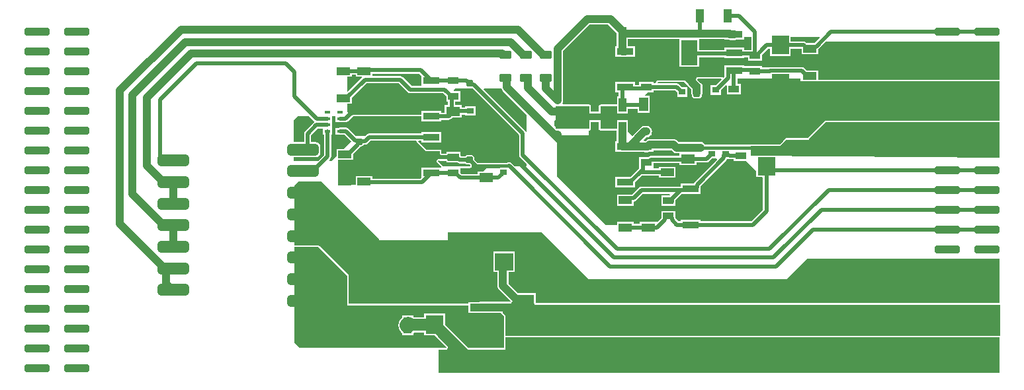
<source format=gtl>
G04*
G04 #@! TF.GenerationSoftware,Altium Limited,Altium Designer,21.8.1 (53)*
G04*
G04 Layer_Physical_Order=1*
G04 Layer_Color=255*
%FSLAX25Y25*%
%MOIN*%
G70*
G04*
G04 #@! TF.SameCoordinates,924E8805-32EE-4984-9886-3D9EEA8973F8*
G04*
G04*
G04 #@! TF.FilePolarity,Positive*
G04*
G01*
G75*
%ADD21R,0.08858X0.09252*%
%ADD22R,0.05512X0.03740*%
%ADD23R,0.06890X0.03937*%
G04:AMPARAMS|DCode=24|XSize=59.06mil|YSize=157.48mil|CornerRadius=14.76mil|HoleSize=0mil|Usage=FLASHONLY|Rotation=270.000|XOffset=0mil|YOffset=0mil|HoleType=Round|Shape=RoundedRectangle|*
%AMROUNDEDRECTD24*
21,1,0.05906,0.12795,0,0,270.0*
21,1,0.02953,0.15748,0,0,270.0*
1,1,0.02953,-0.06398,-0.01476*
1,1,0.02953,-0.06398,0.01476*
1,1,0.02953,0.06398,0.01476*
1,1,0.02953,0.06398,-0.01476*
%
%ADD24ROUNDEDRECTD24*%
G04:AMPARAMS|DCode=25|XSize=40.16mil|YSize=125.98mil|CornerRadius=10.04mil|HoleSize=0mil|Usage=FLASHONLY|Rotation=270.000|XOffset=0mil|YOffset=0mil|HoleType=Round|Shape=RoundedRectangle|*
%AMROUNDEDRECTD25*
21,1,0.04016,0.10591,0,0,270.0*
21,1,0.02008,0.12598,0,0,270.0*
1,1,0.02008,-0.05295,-0.01004*
1,1,0.02008,-0.05295,0.01004*
1,1,0.02008,0.05295,0.01004*
1,1,0.02008,0.05295,-0.01004*
%
%ADD25ROUNDEDRECTD25*%
%ADD26R,0.03150X0.01575*%
G04:AMPARAMS|DCode=27|XSize=39.37mil|YSize=62.99mil|CornerRadius=9.84mil|HoleSize=0mil|Usage=FLASHONLY|Rotation=270.000|XOffset=0mil|YOffset=0mil|HoleType=Round|Shape=RoundedRectangle|*
%AMROUNDEDRECTD27*
21,1,0.03937,0.04331,0,0,270.0*
21,1,0.01968,0.06299,0,0,270.0*
1,1,0.01968,-0.02165,-0.00984*
1,1,0.01968,-0.02165,0.00984*
1,1,0.01968,0.02165,0.00984*
1,1,0.01968,0.02165,-0.00984*
%
%ADD27ROUNDEDRECTD27*%
G04:AMPARAMS|DCode=28|XSize=35.43mil|YSize=31.5mil|CornerRadius=7.87mil|HoleSize=0mil|Usage=FLASHONLY|Rotation=0.000|XOffset=0mil|YOffset=0mil|HoleType=Round|Shape=RoundedRectangle|*
%AMROUNDEDRECTD28*
21,1,0.03543,0.01575,0,0,0.0*
21,1,0.01968,0.03150,0,0,0.0*
1,1,0.01575,0.00984,-0.00787*
1,1,0.01575,-0.00984,-0.00787*
1,1,0.01575,-0.00984,0.00787*
1,1,0.01575,0.00984,0.00787*
%
%ADD28ROUNDEDRECTD28*%
%ADD29R,0.09252X0.08858*%
%ADD30R,0.03937X0.06890*%
%ADD31R,0.09449X0.03937*%
%ADD32R,0.09449X0.12992*%
%ADD33R,0.21260X0.24410*%
%ADD34R,0.03937X0.08268*%
%ADD35R,0.03543X0.03150*%
%ADD36R,0.07087X0.04528*%
%ADD37R,0.08465X0.03740*%
%ADD38R,0.08465X0.12795*%
%ADD39R,0.04528X0.07087*%
%ADD59C,0.03937*%
%ADD60C,0.01968*%
%ADD61C,0.01575*%
%ADD62C,0.05906*%
%ADD63C,0.07874*%
G36*
X-150972Y-42524D02*
X-154415D01*
Y-41110D01*
X-164454D01*
Y-42524D01*
X-177249D01*
Y-37047D01*
X-164454D01*
Y-37370D01*
X-162385D01*
X-162319Y-37398D01*
X-161600Y-37492D01*
X-159434D01*
X-158715Y-37398D01*
X-158649Y-37370D01*
X-154415D01*
Y-35874D01*
X-150972D01*
Y-42524D01*
D02*
G37*
G36*
X-116497Y-36336D02*
X-119110Y-38949D01*
X-120465D01*
X-120639Y-38984D01*
X-123126D01*
X-123396Y-38715D01*
X-123982Y-38323D01*
X-124673Y-38186D01*
X-131098D01*
Y-35874D01*
X-116688D01*
X-116497Y-36336D01*
D02*
G37*
G36*
X-218742Y-33943D02*
Y-40555D01*
X-219454D01*
Y-45870D01*
X-216649D01*
X-216583Y-45897D01*
X-215863Y-45992D01*
X-214434D01*
X-213715Y-45897D01*
X-213649Y-45870D01*
X-209415D01*
Y-40555D01*
X-213182D01*
Y-37047D01*
X-187289D01*
Y-50953D01*
X-177249D01*
Y-46137D01*
X-164454D01*
Y-46425D01*
X-154415D01*
Y-46137D01*
X-152709D01*
Y-47854D01*
X-145622D01*
Y-45094D01*
X-143812Y-43283D01*
X-143812Y-43283D01*
X-142327Y-41798D01*
X-141532D01*
Y-45406D01*
X-131098D01*
Y-41798D01*
X-125681D01*
Y-44496D01*
X-117217D01*
Y-42121D01*
X-117085Y-42033D01*
X-113194Y-38142D01*
X-25953D01*
Y-57496D01*
X-113134D01*
Y-57496D01*
X-117217D01*
Y-57496D01*
Y-52764D01*
X-123126D01*
X-124282Y-51609D01*
X-124868Y-51217D01*
X-125559Y-51079D01*
X-141478D01*
X-142169Y-51217D01*
X-142240Y-51265D01*
X-145622D01*
Y-50413D01*
X-152709D01*
Y-50707D01*
X-154415D01*
Y-50165D01*
X-164454D01*
Y-53534D01*
X-164489Y-53709D01*
Y-55981D01*
X-164935Y-56427D01*
X-165538Y-56377D01*
X-165798Y-56203D01*
X-166105Y-56142D01*
X-177935D01*
X-178243Y-56203D01*
X-178503Y-56377D01*
X-178677Y-56638D01*
X-178677Y-56638D01*
X-178868Y-57100D01*
X-178868Y-57100D01*
X-178929Y-57407D01*
X-178868Y-57714D01*
X-178694Y-57974D01*
X-177033Y-59636D01*
X-176688Y-60086D01*
X-176491Y-60561D01*
X-176474Y-60691D01*
X-176911Y-61191D01*
X-181069D01*
X-184269Y-57991D01*
X-184529Y-57818D01*
X-184836Y-57756D01*
X-197864D01*
X-197864Y-57756D01*
X-198171Y-57818D01*
X-198431Y-57991D01*
X-198431Y-57991D01*
X-198809Y-58369D01*
X-198809Y-58369D01*
X-198983Y-58629D01*
X-199044Y-58936D01*
X-199435Y-59398D01*
X-200308D01*
Y-58547D01*
X-207395D01*
Y-60172D01*
X-209415D01*
Y-58665D01*
X-219454D01*
Y-63980D01*
X-217768D01*
Y-66035D01*
X-218718D01*
Y-70020D01*
X-226986D01*
X-227293Y-70081D01*
X-227553Y-70255D01*
X-227727Y-70516D01*
X-227753Y-70646D01*
X-231730D01*
X-231756Y-70516D01*
X-231930Y-70255D01*
X-232190Y-70081D01*
X-232497Y-70020D01*
X-245689D01*
X-246192Y-69517D01*
X-246160Y-69469D01*
X-246099Y-69165D01*
X-245942Y-68786D01*
X-245848Y-68067D01*
Y-42974D01*
X-232476Y-29603D01*
X-223082D01*
X-218742Y-33943D01*
D02*
G37*
G36*
X-317161Y-55476D02*
Y-60598D01*
X-317627Y-60682D01*
X-322023D01*
X-326534Y-56172D01*
X-327120Y-55780D01*
X-327811Y-55642D01*
X-341827D01*
Y-54413D01*
X-318225D01*
X-317161Y-55476D01*
D02*
G37*
G36*
X-350291Y-55862D02*
X-347325D01*
X-347118Y-56362D01*
X-354207Y-63452D01*
X-354669Y-63261D01*
Y-55835D01*
X-352303D01*
Y-54899D01*
X-350291D01*
Y-55862D01*
D02*
G37*
G36*
X-126059Y-58299D02*
X-25953D01*
Y-78205D01*
X-113787D01*
X-122579Y-86996D01*
X-133559D01*
Y-86996D01*
X-134975Y-88412D01*
X-136705Y-90142D01*
X-174386D01*
X-174662Y-89783D01*
X-175238Y-89341D01*
X-175908Y-89063D01*
X-176627Y-88968D01*
X-187551D01*
X-188107Y-88412D01*
X-188682Y-87971D01*
X-189119Y-87790D01*
Y-87622D01*
X-189892D01*
X-190072Y-87598D01*
X-202210D01*
X-202929Y-87693D01*
X-203600Y-87971D01*
X-204175Y-88412D01*
X-204250Y-88487D01*
X-204659Y-88433D01*
X-204905D01*
X-205096Y-87971D01*
X-203622Y-86496D01*
X-203021Y-86417D01*
X-202350Y-86140D01*
X-202183Y-86011D01*
X-202141Y-86003D01*
X-201621Y-85655D01*
X-201273Y-85134D01*
X-201212Y-84830D01*
X-201055Y-84452D01*
X-200960Y-83732D01*
X-201055Y-83013D01*
X-201212Y-82634D01*
X-201273Y-82330D01*
X-201621Y-81810D01*
X-202141Y-81462D01*
X-202183Y-81453D01*
X-202350Y-81325D01*
X-203021Y-81047D01*
X-203740Y-80953D01*
X-204789D01*
X-205508Y-81047D01*
X-206179Y-81325D01*
X-206754Y-81767D01*
X-210969Y-85981D01*
X-213182Y-83768D01*
Y-82268D01*
X-213206Y-82087D01*
Y-78035D01*
X-218718D01*
Y-82087D01*
X-218742Y-82268D01*
Y-82323D01*
X-226986D01*
Y-78035D01*
X-232497D01*
Y-82323D01*
X-248447D01*
X-248627Y-82299D01*
X-249140D01*
X-249627Y-81812D01*
Y-70823D01*
X-248808D01*
X-248627Y-70847D01*
X-248447Y-70823D01*
X-232497D01*
Y-74500D01*
X-226986D01*
Y-70823D01*
X-218718D01*
Y-74500D01*
X-213206D01*
Y-72074D01*
X-208319D01*
Y-74378D01*
X-202217D01*
Y-65716D01*
X-204368D01*
X-204559Y-65255D01*
X-203167Y-63862D01*
X-200308D01*
Y-63011D01*
X-189197D01*
X-188299Y-63909D01*
Y-66079D01*
X-183181D01*
Y-61354D01*
X-185745D01*
X-187171Y-59927D01*
X-187758Y-59536D01*
X-188449Y-59398D01*
X-198050D01*
X-198241Y-58936D01*
X-197864Y-58559D01*
X-184836D01*
X-181173Y-62222D01*
Y-64089D01*
X-181079Y-64808D01*
X-180984Y-65038D01*
Y-65307D01*
X-180861Y-65922D01*
X-180513Y-66443D01*
X-179992Y-66790D01*
X-179378Y-66913D01*
X-177409D01*
X-176795Y-66790D01*
X-176274Y-66443D01*
X-175926Y-65922D01*
X-175804Y-65307D01*
Y-65038D01*
X-175709Y-64808D01*
X-175614Y-64089D01*
Y-61071D01*
X-175709Y-60351D01*
X-175986Y-59681D01*
X-176428Y-59105D01*
X-178127Y-57407D01*
X-177935Y-56945D01*
X-166105D01*
X-165914Y-57407D01*
X-168854Y-60347D01*
X-171417D01*
Y-65071D01*
X-166299D01*
Y-62901D01*
X-163753Y-60355D01*
X-163291Y-60546D01*
Y-64831D01*
X-156205D01*
Y-59516D01*
X-157942D01*
Y-56945D01*
X-126059D01*
Y-58299D01*
D02*
G37*
G36*
X-324049Y-63766D02*
X-323463Y-64157D01*
X-322772Y-64295D01*
X-306170D01*
X-304646Y-65818D01*
Y-68579D01*
X-303795D01*
Y-70358D01*
X-305433D01*
Y-74245D01*
X-307122D01*
Y-73394D01*
X-317161D01*
Y-75193D01*
X-351670Y-75193D01*
X-351977Y-75254D01*
X-352238Y-75428D01*
X-352238Y-75428D01*
X-352494Y-75685D01*
X-352654D01*
X-354669Y-73669D01*
Y-69614D01*
X-352303D01*
Y-66657D01*
X-344901Y-59255D01*
X-328559D01*
X-324049Y-63766D01*
D02*
G37*
G36*
X-267885Y-85410D02*
Y-95476D01*
X-267748Y-96168D01*
X-267356Y-96754D01*
X-264059Y-100051D01*
Y-101291D01*
X-270209D01*
X-271719Y-99782D01*
X-272305Y-99390D01*
X-272996Y-99253D01*
X-273302D01*
X-273993Y-99390D01*
X-274088Y-99453D01*
X-278152D01*
X-278152Y-99453D01*
X-278494Y-99521D01*
X-278677Y-99485D01*
X-288803D01*
X-290450Y-97838D01*
Y-97213D01*
X-290572Y-96598D01*
X-290920Y-96077D01*
X-291441Y-95729D01*
X-292055Y-95607D01*
X-294024D01*
X-294638Y-95729D01*
X-295159Y-96077D01*
X-295237Y-96194D01*
X-297022D01*
X-297559Y-95835D01*
Y-93941D01*
X-304646D01*
Y-94792D01*
X-307122D01*
Y-92839D01*
X-314595D01*
X-318724Y-88709D01*
X-318532Y-88247D01*
X-317161D01*
Y-89098D01*
X-307122D01*
Y-83784D01*
X-317161D01*
Y-84635D01*
X-343504D01*
X-344195Y-84772D01*
X-344781Y-85164D01*
X-345614Y-85996D01*
X-350059D01*
X-350089Y-86026D01*
X-353896Y-82219D01*
X-354482Y-81827D01*
X-355173Y-81690D01*
X-358197D01*
X-358888Y-81827D01*
X-359029Y-81921D01*
X-360559D01*
Y-85071D01*
X-359029D01*
X-358888Y-85165D01*
X-358197Y-85302D01*
X-355922D01*
X-352643Y-88580D01*
X-356465Y-92402D01*
X-360012D01*
Y-95949D01*
X-362559Y-98496D01*
X-363477D01*
X-363668Y-98034D01*
X-363219Y-97584D01*
X-362827Y-96998D01*
X-362690Y-96307D01*
Y-85071D01*
X-362134D01*
Y-82421D01*
X-362134Y-81921D01*
X-362134D01*
Y-81921D01*
X-362134D01*
Y-78772D01*
Y-75996D01*
X-360559D01*
Y-78772D01*
X-359029D01*
X-358888Y-78866D01*
X-358197Y-79003D01*
X-355425D01*
X-354734Y-78866D01*
X-354148Y-78474D01*
X-351670Y-75996D01*
X-317161Y-75996D01*
Y-78709D01*
X-307122D01*
Y-77858D01*
X-303482D01*
X-302791Y-77720D01*
X-302205Y-77328D01*
X-301597Y-76720D01*
X-301423Y-76461D01*
X-296772D01*
Y-75070D01*
X-295094D01*
Y-75480D01*
X-289976D01*
Y-70756D01*
X-295094D01*
Y-71457D01*
X-296772D01*
Y-70358D01*
X-300182D01*
Y-68579D01*
X-297559D01*
Y-63264D01*
X-300721D01*
X-300912Y-62802D01*
X-300095Y-61984D01*
X-291311D01*
X-267885Y-85410D01*
D02*
G37*
G36*
X-276658Y-62510D02*
X-276216Y-63085D01*
X-264059Y-75242D01*
Y-83595D01*
X-264559Y-83747D01*
X-264802Y-83384D01*
X-285739Y-62446D01*
X-285548Y-61984D01*
X-276875D01*
X-276658Y-62510D01*
D02*
G37*
G36*
X-227788Y-82323D02*
X-227727Y-82630D01*
X-227553Y-82890D01*
X-227293Y-83065D01*
X-226986Y-83126D01*
X-218742D01*
Y-88555D01*
X-219454D01*
Y-93870D01*
X-216649D01*
X-216583Y-93897D01*
X-215863Y-93992D01*
X-205317D01*
X-205260Y-94016D01*
X-204541Y-94110D01*
X-203163D01*
X-202443Y-94016D01*
X-202377Y-93988D01*
X-200308D01*
Y-93158D01*
X-191224D01*
X-190668Y-93713D01*
X-190092Y-94155D01*
X-189422Y-94433D01*
X-188702Y-94528D01*
X-187182D01*
Y-96017D01*
X-201584D01*
X-202275Y-96154D01*
X-202861Y-96545D01*
X-202863Y-96547D01*
X-207395D01*
Y-99916D01*
X-207430Y-100091D01*
Y-102126D01*
X-211969Y-106665D01*
X-219454D01*
Y-111980D01*
X-209415D01*
Y-109220D01*
X-206159Y-105964D01*
X-197584D01*
Y-106913D01*
X-189119D01*
Y-101402D01*
X-197584D01*
Y-102351D01*
X-200282D01*
X-200308Y-101862D01*
X-200308D01*
Y-99629D01*
X-187182D01*
Y-100528D01*
X-178521D01*
Y-99283D01*
X-173499D01*
X-172807Y-99145D01*
X-172221Y-98754D01*
X-170826Y-97358D01*
X-168400D01*
X-168143Y-97809D01*
X-179525Y-109191D01*
X-179917Y-109777D01*
X-179959Y-109988D01*
X-186516D01*
Y-111580D01*
X-206362D01*
X-207053Y-111717D01*
X-207640Y-112109D01*
X-211079Y-115548D01*
X-213441D01*
X-213615Y-115583D01*
X-218657D01*
Y-121095D01*
X-210193D01*
Y-119133D01*
X-209639Y-119023D01*
X-209053Y-118632D01*
X-205614Y-115192D01*
X-192127D01*
X-191877Y-115692D01*
X-192004Y-115862D01*
X-196299D01*
Y-121177D01*
X-189213D01*
Y-119348D01*
X-189178Y-119173D01*
Y-118382D01*
X-186099Y-115303D01*
X-176476D01*
Y-111934D01*
X-176442Y-111760D01*
Y-111217D01*
X-163542Y-98317D01*
X-163150Y-97731D01*
X-163113Y-97545D01*
X-162634Y-97420D01*
X-162605Y-97420D01*
X-161929Y-97554D01*
X-159764D01*
Y-98405D01*
X-153807D01*
X-149862Y-102351D01*
X-148587Y-103626D01*
Y-106705D01*
X-145508D01*
X-145176Y-107036D01*
Y-123220D01*
X-150906Y-128949D01*
X-176476D01*
Y-128098D01*
X-186516D01*
Y-128949D01*
X-187645D01*
X-189178Y-127417D01*
Y-127279D01*
X-189213Y-127105D01*
Y-123736D01*
X-196299D01*
Y-127105D01*
X-196334Y-127279D01*
Y-127417D01*
X-198139Y-129222D01*
X-198602Y-129362D01*
Y-129362D01*
X-198602Y-129362D01*
X-207067D01*
Y-130312D01*
X-210193D01*
Y-129362D01*
X-218657D01*
Y-130772D01*
X-224244D01*
X-248843Y-106173D01*
Y-85571D01*
X-248342Y-85364D01*
X-248194Y-85512D01*
X-232968D01*
Y-83126D01*
X-232497D01*
X-232190Y-83065D01*
X-231930Y-82890D01*
X-231756Y-82630D01*
X-231695Y-82323D01*
Y-78838D01*
X-227788D01*
Y-82323D01*
D02*
G37*
G36*
X-373795Y-75996D02*
X-371371Y-78420D01*
X-371309Y-78765D01*
Y-78980D01*
X-371443Y-79069D01*
X-375852Y-83479D01*
X-376244Y-84065D01*
X-376381Y-84756D01*
Y-89042D01*
X-381559D01*
Y-77996D01*
X-379559Y-75996D01*
X-373795D01*
D02*
G37*
G36*
X-25953Y-96641D02*
X-26308Y-96992D01*
X-151118Y-95748D01*
Y-90945D01*
X-136705D01*
X-136705Y-90945D01*
X-136398Y-90884D01*
X-136138Y-90710D01*
X-134408Y-88980D01*
X-134408Y-88980D01*
X-133227Y-87799D01*
X-122579D01*
X-122272Y-87738D01*
X-122011Y-87564D01*
X-122011Y-87564D01*
X-113455Y-79008D01*
X-25953D01*
Y-96641D01*
D02*
G37*
G36*
X-366858Y-85071D02*
X-366302D01*
Y-95559D01*
X-369240Y-98496D01*
X-381559D01*
Y-96611D01*
X-370445D01*
X-369562Y-96436D01*
X-368813Y-95935D01*
X-368313Y-95186D01*
X-368137Y-94303D01*
Y-91350D01*
X-368313Y-90467D01*
X-368813Y-89718D01*
X-369562Y-89218D01*
X-370445Y-89042D01*
X-372768D01*
Y-85504D01*
X-369417Y-82153D01*
X-366858D01*
Y-85071D01*
D02*
G37*
G36*
X-307741Y-98405D02*
X-304646D01*
Y-99256D01*
X-300391D01*
X-300217Y-99291D01*
X-299021D01*
X-298455Y-99669D01*
X-297764Y-99806D01*
X-295237D01*
X-295159Y-99923D01*
X-294638Y-100271D01*
X-294024Y-100393D01*
X-293004D01*
X-292568Y-100829D01*
X-292759Y-101291D01*
X-306142D01*
X-308783Y-98650D01*
X-308778Y-98638D01*
X-308432Y-98267D01*
X-307741Y-98405D01*
D02*
G37*
G36*
X-319527Y-88709D02*
X-319466Y-89016D01*
X-319291Y-89277D01*
X-315162Y-93406D01*
X-314902Y-93580D01*
X-314595Y-93641D01*
X-307925D01*
Y-94792D01*
X-307864Y-95099D01*
X-307690Y-95360D01*
X-307429Y-95534D01*
X-307122Y-95595D01*
X-304646D01*
X-304338Y-95534D01*
X-304078Y-95360D01*
X-303904Y-95099D01*
X-303843Y-94792D01*
Y-94744D01*
X-298362D01*
Y-95835D01*
X-298346Y-95912D01*
Y-95991D01*
X-298316Y-96065D01*
X-298301Y-96142D01*
X-298257Y-96208D01*
X-298227Y-96281D01*
X-298171Y-96337D01*
X-298127Y-96403D01*
X-298061Y-96447D01*
X-298005Y-96502D01*
X-297468Y-96861D01*
X-297395Y-96891D01*
X-297329Y-96935D01*
X-297252Y-96951D01*
X-297179Y-96981D01*
X-297100D01*
X-297022Y-96996D01*
X-295237D01*
X-295159Y-96981D01*
X-295080D01*
X-295007Y-96951D01*
X-294930Y-96935D01*
X-294864Y-96891D01*
X-294791Y-96861D01*
X-294735Y-96805D01*
X-294669Y-96761D01*
X-294625Y-96696D01*
X-294597Y-96667D01*
X-294325Y-96485D01*
X-293945Y-96410D01*
X-292134D01*
X-291754Y-96485D01*
X-291499Y-96656D01*
X-291328Y-96911D01*
X-291252Y-97292D01*
Y-97838D01*
X-291191Y-98146D01*
X-291017Y-98406D01*
X-289371Y-100053D01*
X-289110Y-100227D01*
X-288803Y-100288D01*
X-283374D01*
X-283183Y-100750D01*
X-286382Y-103949D01*
X-288803D01*
Y-105194D01*
X-296941D01*
X-297559Y-104575D01*
Y-102094D01*
X-292759D01*
X-292452Y-102033D01*
X-292191Y-101859D01*
X-292017Y-101599D01*
X-291826Y-101137D01*
X-291765Y-100829D01*
X-291826Y-100522D01*
X-292000Y-100262D01*
X-292436Y-99825D01*
X-292697Y-99651D01*
X-293004Y-99590D01*
X-293945D01*
X-294325Y-99515D01*
X-294597Y-99333D01*
X-294625Y-99304D01*
X-294669Y-99239D01*
X-294735Y-99195D01*
X-294791Y-99139D01*
X-294864Y-99109D01*
X-294930Y-99065D01*
X-295007Y-99049D01*
X-295080Y-99019D01*
X-295159D01*
X-295237Y-99003D01*
X-297685D01*
X-298142Y-98913D01*
X-298575Y-98623D01*
X-298648Y-98593D01*
X-298714Y-98549D01*
X-298792Y-98533D01*
X-298865Y-98503D01*
X-298944D01*
X-299021Y-98488D01*
X-300137D01*
X-300234Y-98469D01*
X-300313D01*
X-300391Y-98453D01*
X-303843D01*
Y-98405D01*
X-303904Y-98098D01*
X-304078Y-97837D01*
X-304338Y-97663D01*
X-304646Y-97602D01*
X-307662D01*
X-308275Y-97480D01*
X-308368D01*
X-308459Y-97465D01*
X-308523Y-97480D01*
X-308589D01*
X-308674Y-97515D01*
X-308764Y-97536D01*
X-308817Y-97575D01*
X-308878Y-97600D01*
X-308943Y-97665D01*
X-309019Y-97719D01*
X-309364Y-98090D01*
X-309440Y-98211D01*
X-309519Y-98330D01*
X-309524Y-98343D01*
X-309524Y-98343D01*
X-309525Y-98343D01*
X-309526Y-98351D01*
X-309529Y-98356D01*
X-309540Y-98420D01*
X-309556Y-98500D01*
X-309586Y-98650D01*
X-309586Y-98650D01*
X-309586Y-98650D01*
X-309556Y-98799D01*
X-309525Y-98957D01*
X-309525Y-98957D01*
X-309525Y-98957D01*
X-309441Y-99082D01*
X-309351Y-99218D01*
X-309351Y-99218D01*
X-309351Y-99218D01*
X-307175Y-101394D01*
X-307382Y-101894D01*
X-317161D01*
Y-107016D01*
X-317725Y-107580D01*
X-341827D01*
Y-106130D01*
X-350291D01*
Y-110457D01*
X-358197D01*
X-359205Y-109449D01*
Y-97913D01*
X-351547D01*
Y-94956D01*
X-348069Y-91478D01*
X-347847Y-91145D01*
X-347575D01*
X-346960Y-91023D01*
X-346439Y-90675D01*
X-346235Y-90368D01*
X-345625D01*
X-344934Y-90231D01*
X-344348Y-89839D01*
X-342756Y-88247D01*
X-319918D01*
X-319527Y-88709D01*
D02*
G37*
G36*
X-338059Y-138496D02*
X-304024D01*
Y-134646D01*
X-256402D01*
X-232968Y-158079D01*
X-133189D01*
X-122858Y-147748D01*
X-25953D01*
Y-170327D01*
X-259630D01*
Y-165213D01*
X-268494D01*
X-273279Y-160427D01*
Y-154713D01*
X-270146D01*
Y-144280D01*
X-280973D01*
Y-154713D01*
X-278839D01*
Y-161579D01*
X-278744Y-162298D01*
X-278466Y-162969D01*
X-278025Y-163544D01*
X-272314Y-169254D01*
X-272506Y-169716D01*
X-287976D01*
X-288157Y-169740D01*
X-293488D01*
Y-170327D01*
Y-170693D01*
X-353756D01*
Y-156496D01*
X-353756Y-156496D01*
X-353817Y-156189D01*
X-353991Y-155928D01*
X-353991Y-155928D01*
X-368491Y-141428D01*
X-368752Y-141254D01*
X-369059Y-141193D01*
X-381059D01*
Y-110996D01*
X-379059Y-108996D01*
X-367559D01*
X-338059Y-138496D01*
D02*
G37*
G36*
X-260433Y-170327D02*
X-260372Y-170635D01*
X-260198Y-170895D01*
X-259937Y-171069D01*
X-259630Y-171130D01*
X-25953D01*
X-25701Y-171337D01*
Y-186803D01*
X-274756D01*
Y-176996D01*
X-274817Y-176689D01*
X-274991Y-176428D01*
X-276059Y-175361D01*
Y-170519D01*
X-272506D01*
X-272199Y-170458D01*
X-271938Y-170284D01*
X-271764Y-170024D01*
X-271764Y-170024D01*
X-271637Y-169716D01*
X-260433D01*
Y-170327D01*
D02*
G37*
G36*
X-354559Y-156496D02*
Y-171496D01*
X-293488D01*
Y-175252D01*
X-288157D01*
X-287976Y-175276D01*
X-277279D01*
X-275559Y-176996D01*
Y-192996D01*
X-293605D01*
X-293734Y-192829D01*
X-305343Y-181220D01*
Y-175728D01*
X-315776D01*
Y-177602D01*
X-321022D01*
X-321307Y-177383D01*
Y-176650D01*
X-323556D01*
X-323866Y-176609D01*
X-324176Y-176650D01*
X-326819D01*
Y-177685D01*
X-327236Y-178005D01*
X-327432Y-178201D01*
X-328190Y-179188D01*
X-328666Y-180338D01*
X-328828Y-181571D01*
X-328666Y-182804D01*
X-328190Y-183953D01*
X-327432Y-184940D01*
X-326819Y-185411D01*
Y-186492D01*
X-321307D01*
Y-185411D01*
X-320962Y-185146D01*
X-315776D01*
Y-186555D01*
X-310678D01*
X-304698Y-192534D01*
X-304890Y-192996D01*
X-378559D01*
X-381059Y-190496D01*
Y-141996D01*
X-369059D01*
X-354559Y-156496D01*
D02*
G37*
G36*
X-294339Y-193359D02*
X-294243Y-193485D01*
X-294203Y-193520D01*
X-294173Y-193564D01*
X-294086Y-193622D01*
X-294007Y-193691D01*
X-293957Y-193708D01*
X-293913Y-193738D01*
X-293810Y-193758D01*
X-293710Y-193792D01*
X-293657Y-193789D01*
X-293605Y-193799D01*
X-275559D01*
X-275252Y-193738D01*
X-274991Y-193564D01*
X-274817Y-193303D01*
X-274756Y-192996D01*
Y-187606D01*
X-25953D01*
Y-205449D01*
X-308559D01*
Y-193799D01*
X-304890D01*
X-304583Y-193738D01*
X-304322Y-193564D01*
X-304148Y-193303D01*
X-304148Y-193303D01*
X-303957Y-192841D01*
X-303957Y-192841D01*
X-303896Y-192534D01*
X-303932Y-192350D01*
X-303957Y-192227D01*
X-304131Y-191966D01*
X-304131Y-191966D01*
X-308559Y-187538D01*
Y-186299D01*
X-301399D01*
X-294339Y-193359D01*
D02*
G37*
D21*
X-143370Y-101291D02*
D03*
Y-82000D02*
D03*
X-136315Y-39992D02*
D03*
Y-59284D02*
D03*
X-310559Y-181142D02*
D03*
Y-161850D02*
D03*
D22*
X-192756Y-126394D02*
D03*
Y-118520D02*
D03*
X-159748Y-62173D02*
D03*
Y-70047D02*
D03*
X-156220Y-87874D02*
D03*
Y-95748D02*
D03*
X-149165Y-45197D02*
D03*
Y-53071D02*
D03*
X-203852Y-99205D02*
D03*
Y-91331D02*
D03*
Y-53331D02*
D03*
Y-61205D02*
D03*
X-301102Y-96598D02*
D03*
Y-104472D02*
D03*
Y-65921D02*
D03*
Y-58047D02*
D03*
D23*
X-214425Y-118339D02*
D03*
Y-132118D02*
D03*
X-121449Y-55520D02*
D03*
Y-41740D02*
D03*
X-202835Y-118339D02*
D03*
Y-132118D02*
D03*
X-193352Y-90378D02*
D03*
Y-104157D02*
D03*
X-355780Y-108937D02*
D03*
Y-95157D02*
D03*
X-356535Y-53079D02*
D03*
Y-66858D02*
D03*
X-346059Y-66886D02*
D03*
Y-53106D02*
D03*
Y-108886D02*
D03*
Y-95106D02*
D03*
D24*
X-376842Y-169165D02*
D03*
Y-158260D02*
D03*
Y-147354D02*
D03*
Y-136449D02*
D03*
Y-125543D02*
D03*
Y-114638D02*
D03*
Y-103732D02*
D03*
Y-92827D02*
D03*
X-442276Y-98280D02*
D03*
Y-109185D02*
D03*
Y-120091D02*
D03*
Y-130996D02*
D03*
Y-141902D02*
D03*
Y-152807D02*
D03*
Y-163713D02*
D03*
D25*
X-490882Y-33161D02*
D03*
X-510882D02*
D03*
X-490882Y-43161D02*
D03*
X-510882D02*
D03*
X-490882Y-53161D02*
D03*
X-510882D02*
D03*
X-490882Y-63161D02*
D03*
X-510882D02*
D03*
X-490882Y-73161D02*
D03*
X-510882D02*
D03*
X-490882Y-83161D02*
D03*
X-510882D02*
D03*
X-490882Y-93161D02*
D03*
X-510882D02*
D03*
X-490882Y-103161D02*
D03*
X-510882D02*
D03*
X-490882Y-113161D02*
D03*
X-510882D02*
D03*
X-490882Y-123161D02*
D03*
X-510882D02*
D03*
X-490882Y-133161D02*
D03*
X-510882D02*
D03*
X-490882Y-143161D02*
D03*
X-510882D02*
D03*
X-490882Y-153161D02*
D03*
X-510882D02*
D03*
X-490882Y-163161D02*
D03*
X-510882D02*
D03*
X-490882Y-173161D02*
D03*
X-510882D02*
D03*
X-490882Y-183161D02*
D03*
X-510882D02*
D03*
X-490882Y-193161D02*
D03*
X-510882D02*
D03*
X-490882Y-203161D02*
D03*
X-510882D02*
D03*
X-52220D02*
D03*
X-32221D02*
D03*
X-52220Y-193161D02*
D03*
X-32221D02*
D03*
X-52220Y-183161D02*
D03*
X-32221D02*
D03*
X-52220Y-173161D02*
D03*
X-32221D02*
D03*
X-52220Y-163161D02*
D03*
X-32221D02*
D03*
X-52220Y-153161D02*
D03*
X-32221D02*
D03*
X-52220Y-143161D02*
D03*
X-32221D02*
D03*
X-52220Y-133161D02*
D03*
X-32221D02*
D03*
X-52220Y-123161D02*
D03*
X-32221D02*
D03*
X-52220Y-113161D02*
D03*
X-32221D02*
D03*
X-52220Y-103161D02*
D03*
X-32221D02*
D03*
X-52220Y-93161D02*
D03*
X-32221D02*
D03*
X-52220Y-83161D02*
D03*
X-32221D02*
D03*
X-52220Y-73161D02*
D03*
X-32221D02*
D03*
X-52220Y-63161D02*
D03*
X-32221D02*
D03*
X-52220Y-53161D02*
D03*
X-32221D02*
D03*
X-52220Y-43161D02*
D03*
X-32221D02*
D03*
X-52220Y-33161D02*
D03*
X-32221D02*
D03*
D26*
X-364496Y-74047D02*
D03*
Y-77197D02*
D03*
Y-80347D02*
D03*
Y-83496D02*
D03*
X-358197D02*
D03*
Y-80347D02*
D03*
Y-77197D02*
D03*
Y-74047D02*
D03*
D27*
X-254638Y-56646D02*
D03*
Y-44835D02*
D03*
X-264717Y-44835D02*
D03*
Y-56646D02*
D03*
X-274795Y-56646D02*
D03*
Y-44835D02*
D03*
D28*
X-203740Y-83732D02*
D03*
Y-78220D02*
D03*
X-178394Y-70031D02*
D03*
Y-64520D02*
D03*
X-248627Y-73579D02*
D03*
Y-68067D02*
D03*
Y-85079D02*
D03*
Y-79567D02*
D03*
X-348559Y-83240D02*
D03*
Y-88752D02*
D03*
Y-73240D02*
D03*
Y-78752D02*
D03*
X-298559Y-168240D02*
D03*
Y-173752D02*
D03*
X-350559Y-168996D02*
D03*
Y-174508D02*
D03*
X-293039Y-92488D02*
D03*
Y-98000D02*
D03*
Y-59228D02*
D03*
Y-64740D02*
D03*
D29*
X-275559Y-149496D02*
D03*
X-294850D02*
D03*
D30*
X-162962Y-25268D02*
D03*
X-176742D02*
D03*
X-229742Y-34268D02*
D03*
X-215962D02*
D03*
X-215962Y-70268D02*
D03*
X-229742D02*
D03*
X-229742Y-82268D02*
D03*
X-215962D02*
D03*
D31*
X-287976Y-163441D02*
D03*
Y-172496D02*
D03*
Y-181551D02*
D03*
D32*
X-265142Y-172496D02*
D03*
D33*
X-333059Y-154996D02*
D03*
D34*
X-324063Y-181571D02*
D03*
X-342055Y-181571D02*
D03*
D35*
X-185740Y-63717D02*
D03*
X-185701Y-70252D02*
D03*
X-168858Y-62709D02*
D03*
X-168819Y-69244D02*
D03*
X-170861Y-88461D02*
D03*
X-170821Y-94996D02*
D03*
X-164071Y-88457D02*
D03*
X-164032Y-94992D02*
D03*
X-275866Y-104347D02*
D03*
X-275905Y-97811D02*
D03*
X-292496Y-79654D02*
D03*
X-292535Y-73118D02*
D03*
D36*
X-182852Y-97476D02*
D03*
Y-86059D02*
D03*
X-284472Y-95583D02*
D03*
Y-107000D02*
D03*
X-301102Y-73409D02*
D03*
Y-84827D02*
D03*
D37*
X-181496Y-112646D02*
D03*
Y-121701D02*
D03*
Y-130756D02*
D03*
X-159434Y-52823D02*
D03*
Y-43768D02*
D03*
Y-34713D02*
D03*
X-312142Y-76051D02*
D03*
Y-66996D02*
D03*
Y-57941D02*
D03*
Y-104551D02*
D03*
Y-95496D02*
D03*
Y-86441D02*
D03*
X-214434Y-109323D02*
D03*
Y-100268D02*
D03*
Y-91213D02*
D03*
Y-61323D02*
D03*
Y-52268D02*
D03*
Y-43213D02*
D03*
D38*
X-158661Y-121701D02*
D03*
X-182269Y-43768D02*
D03*
X-334976Y-66996D02*
D03*
Y-95496D02*
D03*
X-237269Y-100268D02*
D03*
Y-52268D02*
D03*
D39*
X-193850Y-70047D02*
D03*
X-205268D02*
D03*
D59*
X-275976Y-44835D02*
X-274795D01*
X-455559Y-66465D02*
X-433284Y-44189D01*
X-276622D01*
X-275976Y-44835D01*
X-462866Y-65205D02*
X-436307Y-38646D01*
X-272087D01*
X-265898Y-44835D01*
X-455559Y-100823D02*
X-447197Y-109185D01*
X-455559Y-100823D02*
Y-66465D01*
X-462866Y-115327D02*
X-447197Y-130996D01*
X-462866Y-115327D02*
Y-65205D01*
X-469165Y-130260D02*
X-448181Y-151244D01*
X-469165Y-62937D02*
X-438323Y-32094D01*
X-469165Y-130260D02*
Y-62937D01*
X-237269Y-100268D02*
X-235005Y-102532D01*
X-178394Y-64089D02*
Y-61071D01*
X-200714Y-55779D02*
X-183685D01*
X-178394Y-61071D01*
X-203852Y-53331D02*
X-203753Y-53429D01*
X-203064D02*
X-200714Y-55779D01*
X-203753Y-53429D02*
X-203064D01*
X-250291Y-85079D02*
X-248627D01*
X-274250Y-61120D02*
Y-56646D01*
Y-61120D02*
X-250291Y-85079D01*
X-274795Y-56646D02*
X-274250D01*
X-249460Y-85911D02*
X-237269Y-98102D01*
X-444631Y-153791D02*
X-442276Y-152807D01*
X-445792Y-160681D02*
X-444639Y-161834D01*
X-443745Y-162728D02*
X-443260D01*
X-445792Y-153932D02*
X-444631Y-153791D01*
X-445792Y-160681D02*
Y-153932D01*
X-444639Y-161834D02*
X-443745Y-162728D01*
X-448181Y-151823D02*
X-447197Y-152807D01*
X-448181Y-151823D02*
Y-151244D01*
X-443260Y-162728D02*
X-442276Y-163713D01*
X-438323Y-32094D02*
X-268559D01*
X-255819Y-44835D02*
X-254638D01*
X-268559Y-32094D02*
X-255819Y-44835D01*
X-442276Y-141902D02*
Y-130996D01*
Y-120091D02*
Y-109185D01*
X-447197Y-130996D02*
X-442276D01*
X-265898Y-44835D02*
X-264717D01*
X-447197Y-109185D02*
X-442276D01*
X-254638Y-62056D02*
X-248627Y-68067D01*
X-254638Y-62056D02*
Y-56646D01*
X-263535Y-61496D02*
Y-56646D01*
X-264717D02*
X-263535D01*
Y-61496D02*
X-251453Y-73579D01*
X-248627D01*
X-211206Y-53331D02*
X-203852D01*
X-212269Y-91213D02*
X-204659D01*
X-212269D02*
X-204789Y-83732D01*
X-203740D01*
X-214434Y-91213D02*
X-212269D01*
X-214434Y-52268D02*
X-214336Y-52366D01*
X-212171D01*
X-211206Y-53331D01*
X-233627Y-26823D02*
X-221931D01*
X-248627Y-68067D02*
Y-41823D01*
X-233627Y-26823D01*
X-276059Y-149496D02*
X-273793Y-151762D01*
X-276059Y-161579D02*
X-265142Y-172496D01*
X-276059Y-161579D02*
Y-149496D01*
X-287976Y-172496D02*
X-266913D01*
X-237269Y-52268D02*
X-214434D01*
X-215962Y-43114D02*
X-215863Y-43213D01*
X-214434D01*
X-215962Y-43114D02*
Y-34268D01*
X-176574D01*
X-162045D02*
X-161822Y-34490D01*
X-161600Y-34713D01*
X-176574Y-34268D02*
X-162045D01*
X-161600Y-34713D02*
X-159434D01*
X-221931Y-26823D02*
X-215962Y-32791D01*
Y-34268D02*
Y-32791D01*
X-188702Y-91748D02*
X-176627D01*
X-190072Y-90378D02*
X-188702Y-91748D01*
X-193352Y-90378D02*
X-190072D01*
X-203852Y-91331D02*
X-203163D01*
X-202210Y-90378D01*
X-193352D01*
X-204659Y-91213D02*
X-204541Y-91331D01*
X-203852D01*
X-215962Y-91114D02*
Y-82268D01*
X-215863Y-91213D02*
X-214434D01*
X-215962Y-91114D02*
X-215863Y-91213D01*
X-237269Y-100268D02*
Y-98102D01*
X-229742Y-90437D02*
Y-82842D01*
X-237269Y-98102D02*
X-233127Y-93961D01*
Y-93823D01*
X-229742Y-90437D01*
X-237269Y-100268D02*
X-214434D01*
D60*
X-178248Y-110468D02*
X-164819Y-97039D01*
X-178248Y-111760D02*
Y-110468D01*
X-164819Y-97039D02*
Y-95583D01*
X-181496Y-112646D02*
X-179134D01*
X-178248Y-111760D01*
X-164819Y-95583D02*
X-164228Y-94992D01*
X-143370Y-101291D02*
X-141500Y-103161D01*
X-52220D01*
X-150157Y-130756D02*
X-143370Y-123969D01*
Y-101291D01*
X-181496Y-130756D02*
X-150157D01*
X-161929Y-95748D02*
X-156220D01*
X-164032Y-94992D02*
X-163441Y-95583D01*
X-162094D01*
X-161929Y-95748D01*
X-164228Y-94992D02*
X-164032D01*
X-206362Y-113386D02*
X-182528D01*
X-214425Y-118339D02*
X-213441Y-117354D01*
X-210331D01*
X-206362Y-113386D01*
X-206907Y-104157D02*
X-193352D01*
X-206907D02*
X-205623Y-102874D01*
X-212072Y-109323D02*
X-206907Y-104157D01*
X-214434Y-109323D02*
X-212072D01*
X-198480Y-132118D02*
X-194528Y-128165D01*
Y-127279D02*
X-193642Y-126394D01*
X-214425Y-132118D02*
X-198480D01*
X-194528Y-128165D02*
Y-127279D01*
X-193642Y-126394D02*
X-192756D01*
X-214425Y-132118D02*
X-214425Y-132118D01*
X-190984Y-128165D02*
X-188394Y-130756D01*
X-190984Y-128165D02*
Y-127279D01*
X-192756Y-126394D02*
X-191870D01*
X-188394Y-130756D02*
X-181496D01*
X-191870Y-126394D02*
X-190984Y-127279D01*
Y-119173D02*
Y-117634D01*
X-193642Y-119173D02*
X-192756D01*
X-190984Y-117634D02*
X-186882Y-113531D01*
X-191870Y-118520D02*
X-190984Y-117634D01*
X-192756Y-118520D02*
X-191870D01*
X-214425Y-132118D02*
X-214425Y-132118D01*
X-191870Y-119173D02*
X-190984D01*
X-193642Y-118520D02*
X-192756D01*
X-145089Y-42006D02*
Y-42006D01*
X-143075Y-39992D01*
X-124673D01*
X-148280Y-45197D02*
X-145089Y-42006D01*
X-181706Y-44331D02*
X-149352D01*
X-162962Y-25268D02*
X-157158D01*
X-149165Y-45197D02*
Y-33260D01*
X-157158Y-25268D02*
X-149165Y-33260D01*
X-120465Y-40756D02*
X-118362D01*
X-121449Y-41740D02*
X-120465Y-40756D01*
X-118362D02*
X-110768Y-33161D01*
X-52220D01*
X-122606Y-42661D02*
X-121831Y-41886D01*
X-122925Y-41740D02*
X-121449D01*
X-124673Y-39992D02*
X-122925Y-41740D01*
X-149165Y-45197D02*
X-148280D01*
X-149665Y-53071D02*
X-148779Y-53957D01*
X-141663Y-53071D02*
X-141478Y-52886D01*
X-125559D02*
X-122925Y-55520D01*
X-121449D01*
X-149165Y-53071D02*
X-141663D01*
X-141478Y-52886D02*
X-125559D01*
X-160616Y-52823D02*
X-159434D01*
X-161797D02*
X-160616D01*
X-159748Y-53690D01*
Y-62173D02*
Y-53690D01*
X-162682Y-56730D02*
Y-53709D01*
X-161797Y-52823D01*
X-168858Y-62709D02*
X-168661D01*
X-162682Y-56730D01*
X-203852Y-61205D02*
X-188449D01*
X-185937Y-63717D02*
X-185740D01*
X-188449Y-61205D02*
X-185937Y-63717D01*
X-215962Y-70268D02*
X-205488D01*
X-205268Y-70047D01*
X-266079Y-95476D02*
Y-84661D01*
Y-95476D02*
X-218595Y-142961D01*
X-290921Y-59819D02*
X-266079Y-84661D01*
X-292449Y-59819D02*
X-290921D01*
X-293039Y-59228D02*
X-292449Y-59819D01*
X-293039Y-59228D02*
X-292843D01*
X-270996Y-96559D02*
X-220311Y-147244D01*
X-32221Y-123161D02*
X-30740D01*
X-270996Y-96559D02*
X-270996D01*
X-220311Y-147244D02*
X-139740D01*
X-301988Y-74240D02*
Y-65921D01*
X-300957Y-73264D02*
X-292681D01*
X-301102Y-73409D02*
X-300957Y-73264D01*
X-292681D02*
X-292535Y-73118D01*
X-294417Y-58047D02*
X-293236Y-59228D01*
X-301102Y-58047D02*
X-294417D01*
X-302203Y-74455D02*
X-301988Y-74240D01*
X-303482Y-76051D02*
X-302874Y-75443D01*
X-312142Y-76051D02*
X-303482D01*
X-301570Y-57994D02*
X-301517Y-58047D01*
X-302403Y-57161D02*
X-301570Y-57994D01*
X-301155D01*
X-312089D02*
X-301570D01*
X-301155D02*
X-301102Y-58047D01*
X-312142Y-57941D02*
X-312089Y-57994D01*
X-305421Y-62488D02*
X-301988Y-65921D01*
X-327811Y-57449D02*
X-322772Y-62488D01*
X-305421D01*
X-345650Y-57449D02*
X-327811D01*
X-356535Y-66858D02*
X-355059D01*
X-345650Y-57449D01*
X-356522Y-53092D02*
X-346073D01*
X-356535Y-53079D02*
X-356522Y-53092D01*
X-346073D02*
X-346059Y-53106D01*
X-273302Y-101059D02*
X-272996D01*
X-289551Y-101291D02*
X-278677D01*
X-292843Y-98000D02*
X-289551Y-101291D01*
X-293039Y-98000D02*
X-292843D01*
X-276654Y-105134D02*
Y-104937D01*
X-276063Y-104347D01*
X-284472Y-107000D02*
X-278520D01*
X-276654Y-105134D01*
X-276063Y-104347D02*
X-275866D01*
X-300217Y-97484D02*
X-298280D01*
X-297764Y-98000D01*
X-301102Y-96598D02*
X-300217Y-97484D01*
X-297764Y-98000D02*
X-293039D01*
X-312102Y-104512D02*
X-301142D01*
X-297689Y-107000D02*
X-284472D01*
X-300217Y-104472D02*
X-297689Y-107000D01*
X-301102Y-104472D02*
X-300217D01*
X-311256Y-96382D02*
X-307957D01*
X-307741Y-96598D01*
X-301102D01*
X-312142Y-95496D02*
X-311256Y-96382D01*
X-348520Y-96091D02*
X-347925Y-95496D01*
X-353319Y-102756D02*
X-348520Y-97957D01*
Y-96091D01*
X-353319Y-107953D02*
Y-102756D01*
X-347925Y-95496D02*
X-346059D01*
X-355780Y-108937D02*
X-354303D01*
X-353319Y-107953D01*
X-349346Y-90201D02*
Y-88358D01*
X-348559Y-88752D02*
X-348369Y-88562D01*
X-349346Y-88358D02*
X-349150Y-88161D01*
X-355780Y-95157D02*
X-354303D01*
X-349346Y-90201D01*
X-272996Y-101059D02*
X-222276Y-151779D01*
X-312142Y-104551D02*
X-312102Y-104512D01*
X-301142D02*
X-301102Y-104472D01*
X-32221Y-33161D02*
X-30236D01*
X-52220D02*
X-32221D01*
Y-103161D02*
X-29228D01*
X-52220D02*
X-32221D01*
Y-113161D02*
X-30488D01*
X-52220D02*
X-32221D01*
X-112005D02*
X-52220D01*
Y-123161D02*
X-32221D01*
X-115657D02*
X-52220D01*
X-32221Y-133161D02*
X-30740D01*
X-52220D02*
X-32221D01*
X-119862D02*
X-52220D01*
X-317476Y-52606D02*
X-312142Y-57941D01*
X-344583Y-52606D02*
X-317476D01*
X-343504Y-86441D02*
X-312142D01*
X-345625Y-88562D02*
X-343504Y-86441D01*
X-316976Y-109386D02*
X-312142Y-104551D01*
X-344583Y-109386D02*
X-316976D01*
X-312142Y-104551D02*
X-309780D01*
X-348369Y-88562D02*
X-345625D01*
X-448862Y-96349D02*
X-446931Y-98280D01*
X-448906Y-94835D02*
X-448862Y-94879D01*
X-446931Y-98280D02*
X-442276D01*
X-448862Y-96349D02*
Y-94879D01*
X-448906Y-94835D02*
Y-67622D01*
X-430512Y-49228D01*
X-385661D01*
X-381378Y-53512D01*
Y-65858D02*
X-370039Y-77197D01*
X-381378Y-65858D02*
Y-53512D01*
X-370039Y-77197D02*
X-364496D01*
X-376506Y-92827D02*
X-374575Y-90896D01*
X-376842Y-92827D02*
X-376506D01*
X-374575Y-90896D02*
Y-84756D01*
X-370165Y-80347D01*
X-364496D01*
X-371921Y-103732D02*
X-364496Y-96307D01*
Y-83496D01*
X-376842Y-103732D02*
X-371921D01*
X-353284Y-80347D02*
X-350980Y-82650D01*
X-349150D01*
X-358197Y-80347D02*
X-353284D01*
X-349150Y-82650D02*
X-348559Y-83240D01*
X-355425Y-77197D02*
X-351576Y-73348D01*
X-348666D01*
X-358197Y-77197D02*
X-355425D01*
X-348666Y-73348D02*
X-348559Y-73240D01*
X-343559D01*
X-358197Y-83496D02*
X-355173D01*
X-350508Y-88161D01*
X-349150D02*
X-348559Y-88752D01*
X-350508Y-88161D02*
X-349150D01*
X-141804Y-142961D02*
X-112005Y-113161D01*
X-139740Y-147244D02*
X-115657Y-123161D01*
X-138480Y-151779D02*
X-119862Y-133161D01*
X-222276Y-151779D02*
X-138480D01*
X-218595Y-142961D02*
X-141804D01*
X-157072Y-52514D02*
X-150161D01*
X-159434Y-52823D02*
X-157072D01*
X-204625Y-61978D02*
X-203852Y-61205D01*
X-213779Y-61978D02*
X-204625D01*
X-214434Y-61323D02*
X-213779Y-61978D01*
X-292535Y-73118D02*
X-292337Y-72919D01*
X-176742Y-34100D02*
X-176574Y-34268D01*
X-176352Y-34490D02*
X-161822D01*
X-159657D01*
X-229742Y-82842D02*
Y-82268D01*
X-202966Y-99205D02*
X-201584Y-97823D01*
X-184478D01*
X-204738Y-99205D02*
X-202966D01*
X-184478Y-97823D02*
X-183492Y-96837D01*
X-182852Y-97476D02*
X-173499D01*
X-171018Y-94996D01*
X-170821D01*
X-346059Y-66386D02*
X-335587D01*
X-343559Y-73240D02*
X-343339Y-73020D01*
X-338835D01*
X-334976Y-69161D01*
Y-66996D01*
X-335587Y-66386D02*
X-334976Y-66996D01*
Y-95496D02*
X-312142D01*
X-334976Y-66996D02*
X-312142D01*
X-176742Y-34100D02*
Y-25268D01*
X-214434Y-43213D02*
X-212072D01*
X-237269Y-61618D02*
X-231080Y-67807D01*
X-230726D01*
X-229742Y-68791D01*
X-237269Y-61618D02*
Y-52268D01*
X-229742Y-70268D02*
Y-68791D01*
X-231080Y-36728D02*
X-230726D01*
X-229742Y-35744D01*
X-237269Y-52268D02*
Y-42917D01*
X-231080Y-36728D01*
X-229742Y-35744D02*
Y-34268D01*
X-215962Y-62209D02*
X-214944Y-61191D01*
X-215962Y-70268D02*
Y-62209D01*
X-159657Y-34490D02*
X-159434Y-34713D01*
X-205623Y-102874D02*
Y-100091D01*
X-204738Y-99205D01*
X-182269Y-43768D02*
X-181706Y-44331D01*
D61*
X-176627Y-91748D02*
X-58655D01*
X-53307Y-92075D02*
X-52220Y-93161D01*
X-278385Y-101291D02*
X-278152Y-101059D01*
X-273302D01*
X-278677Y-101291D02*
X-278385D01*
X-346059Y-95496D02*
X-334976D01*
D62*
X-310559Y-181339D02*
Y-181142D01*
Y-181339D02*
X-296402Y-195496D01*
X-323866Y-181374D02*
X-310791D01*
D63*
X-310559Y-181142D01*
X-324063Y-181571D02*
X-323866Y-181374D01*
M02*

</source>
